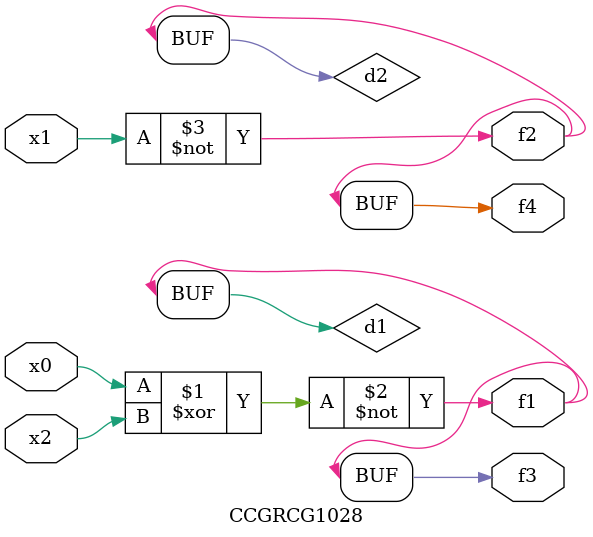
<source format=v>
module CCGRCG1028(
	input x0, x1, x2,
	output f1, f2, f3, f4
);

	wire d1, d2, d3;

	xnor (d1, x0, x2);
	nand (d2, x1);
	nor (d3, x1, x2);
	assign f1 = d1;
	assign f2 = d2;
	assign f3 = d1;
	assign f4 = d2;
endmodule

</source>
